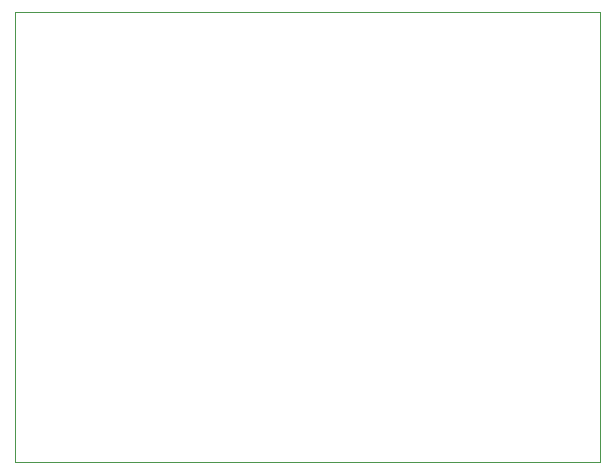
<source format=gbr>
G04 #@! TF.GenerationSoftware,KiCad,Pcbnew,(5.1.0)-1*
G04 #@! TF.CreationDate,2019-05-07T15:27:41-07:00*
G04 #@! TF.ProjectId,ADC Comparators,41444320-436f-46d7-9061-7261746f7273,rev?*
G04 #@! TF.SameCoordinates,Original*
G04 #@! TF.FileFunction,Profile,NP*
%FSLAX46Y46*%
G04 Gerber Fmt 4.6, Leading zero omitted, Abs format (unit mm)*
G04 Created by KiCad (PCBNEW (5.1.0)-1) date 2019-05-07 15:27:41*
%MOMM*%
%LPD*%
G04 APERTURE LIST*
%ADD10C,0.100000*%
G04 APERTURE END LIST*
D10*
X190500000Y-116840000D02*
X240030000Y-116840000D01*
X190500000Y-154940000D02*
X190500000Y-116840000D01*
X240030000Y-154940000D02*
X190500000Y-154940000D01*
X240030000Y-116840000D02*
X240030000Y-154940000D01*
M02*

</source>
